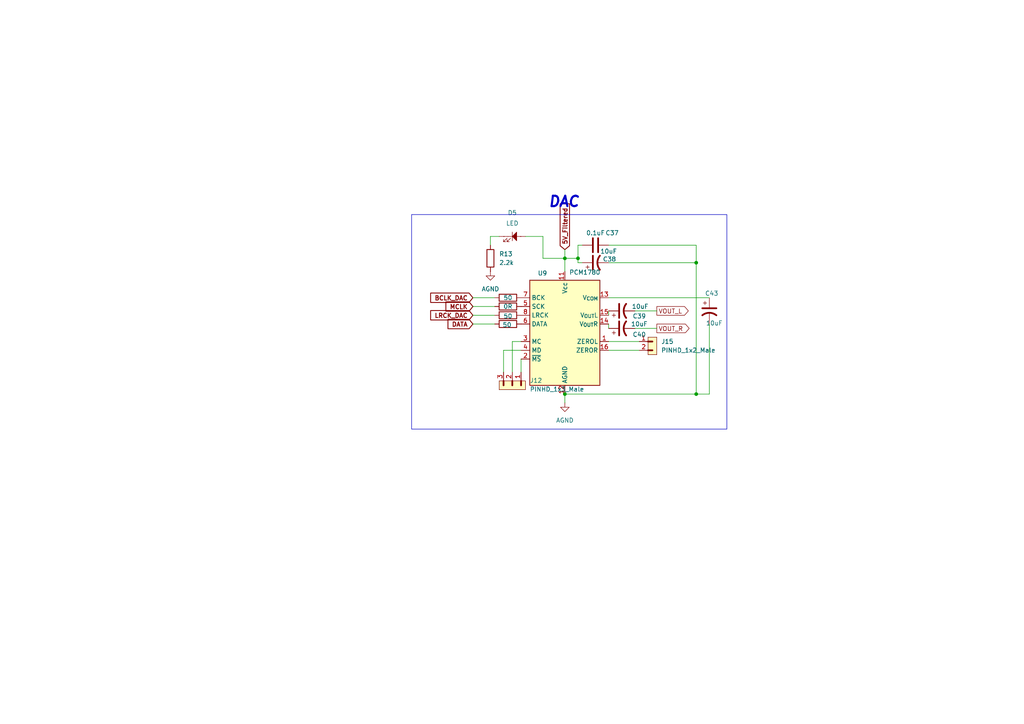
<source format=kicad_sch>
(kicad_sch (version 20231120) (generator "eeschema") (generator_version "8.0")
  (paper "A4")
  (title_block (company "Michael Meyers"))
  (lib_symbols
    (symbol "Audio:PCM1780"
      (property "Reference" "U" (at -9.652 16.764 0))
      (property "Value" "PCM1780" (at 12.192 16.764 0))
      (symbol "PCM1780_1_1"
        (rectangle (start -10.16 15.24) (end 10.16 -15.24) (stroke (width 0.254)) (fill (type background)))
        (pin output line (at 12.7 -2.54 180) (length 2.54) (name "ZEROL") (number "1"))
        (pin no_connect line (at 10.16 -10.16 180) (length 2.54) hide (name "NC") (number "10"))
        (pin power_in line (at 0 17.78 270) (length 2.54) (name "Vcc") (number "11"))
        (pin power_in line (at 0 -17.78 90) (length 2.54) (name "AGND") (number "12"))
        (pin output line (at 12.7 10.16 180) (length 2.54) (name "V_{COM}") (number "13"))
        (pin output line (at 12.7 2.54 180) (length 2.54) (name "V_{OUT}R") (number "14"))
        (pin output line (at 12.7 5.08 180) (length 2.54) (name "V_{OUT}L") (number "15"))
        (pin output line (at 12.7 -5.08 180) (length 2.54) (name "ZEROR") (number "16"))
        (pin input line (at -12.7 -7.62 0) (length 2.54) (name "~{MS}") (number "2"))
        (pin input line (at -12.7 -2.54 0) (length 2.54) (name "MC") (number "3"))
        (pin input line (at -12.7 -5.08 0) (length 2.54) (name "MD") (number "4"))
        (pin input line (at -12.7 7.62 0) (length 2.54) (name "SCK") (number "5"))
        (pin input line (at -12.7 2.54 0) (length 2.54) (name "DATA") (number "6"))
        (pin input line (at -12.7 10.16 0) (length 2.54) (name "BCK") (number "7"))
        (pin input line (at -12.7 5.08 0) (length 2.54) (name "LRCK") (number "8"))
        (pin no_connect line (at 10.16 -12.7 180) (length 2.54) hide (name "NC") (number "9"))
      )
    )
    (symbol "Device:C" (pin_numbers hide) (pin_names (offset 0.254))
      (property "Reference" "C" (at 0.635 2.54 0))
      (property "Value" "C" (at 0.635 -2.54 0))
      (symbol "C_0_1"
        (polyline (pts (xy -2.032 -0.762) (xy 2.032 -0.762)) (stroke (width 0.508)))
        (polyline (pts (xy -2.032 0.762) (xy 2.032 0.762)) (stroke (width 0.508)))
      )
      (symbol "C_1_1"
        (pin passive line (at 0 3.81 270) (length 2.794) (name "~") (number "1"))
        (pin passive line (at 0 -3.81 90) (length 2.794) (name "~") (number "2"))
      )
    )
    (symbol "Device:C_Polarized_US" (pin_numbers hide) (pin_names (offset 0.254) hide)
      (property "Reference" "C" (at 0.635 2.54 0))
      (property "Value" "C_Polarized_US" (at 0.635 -2.54 0))
      (symbol "C_Polarized_US_0_1"
        (polyline (pts (xy -2.032 0.762) (xy 2.032 0.762)) (stroke (width 0.508)))
        (polyline (pts (xy -1.778 2.286) (xy -0.762 2.286)))
        (polyline (pts (xy -1.27 1.778) (xy -1.27 2.794)))
        (arc (start 2.032 -1.27) (mid 0 -0.5572) (end -2.032 -1.27) (stroke (width 0.508)))
      )
      (symbol "C_Polarized_US_1_1"
        (pin passive line (at 0 3.81 270) (length 2.794) (name "~") (number "1"))
        (pin passive line (at 0 -3.81 90) (length 3.302) (name "~") (number "2"))
      )
    )
    (symbol "Device:R" (pin_numbers hide) (pin_names (offset 0))
      (property "Reference" "R" (at 2.032 0 90))
      (property "Value" "R" (at 0 0 90))
      (symbol "R_0_1"
        (rectangle (start -1.016 -2.54) (end 1.016 2.54) (stroke (width 0.254)))
      )
      (symbol "R_1_1"
        (pin passive line (at 0 3.81 270) (length 1.27) (name "~") (number "1"))
        (pin passive line (at 0 -3.81 90) (length 1.27) (name "~") (number "2"))
      )
    )
    (symbol "PCM_SL_Devices:LED"
      (property "Reference" "D" (at -0.508 5.334 0))
      (property "Value" "LED" (at -0.508 2.794 0))
      (symbol "LED_0_1"
        (polyline (pts (xy -1.27 0) (xy -2.54 0)))
        (polyline (pts (xy 0 1.27) (xy 0 -1.27)))
        (polyline (pts (xy 0.508 0.508) (xy 1.524 1.524)))
        (polyline (pts (xy 1.27 0) (xy 2.54 0)))
        (polyline (pts (xy 1.524 0.508) (xy 2.54 1.524)))
        (polyline (pts (xy 1.524 1.524) (xy 0.889 1.524)))
        (polyline (pts (xy 1.524 1.524) (xy 1.524 0.889)))
        (polyline (pts (xy 2.54 1.524) (xy 1.905 1.524)))
        (polyline (pts (xy 2.54 1.524) (xy 2.54 0.889)))
        (polyline (pts (xy 0 0) (xy -1.27 -1.27) (xy -1.27 1.27) (xy 0 0) (xy 1.27 0)) (fill (type outline)))
      )
      (symbol "LED_1_1"
        (pin passive line (at 3.81 0 180) (length 1.5) (name "~") (number "1"))
        (pin passive line (at -3.81 0 0) (length 1.5) (name "") (number "2"))
      )
    )
    (symbol "PCM_SL_Pin_Headers:PINHD_1x2_Male"
      (property "Reference" "J" (at 0 6.35 0))
      (property "Value" "PINHD_1x2_Male" (at 0 3.81 0))
      (symbol "PINHD_1x2_Male_0_1"
        (rectangle (start -1.27 2.54) (end 1.27 -2.54) (fill (type background)))
        (polyline (pts (xy -1.27 -1.27) (xy 0 -1.27)) (stroke (width 0.3)))
        (polyline (pts (xy -1.27 -1.27) (xy 0 -1.27)) (stroke (width 0.5)))
        (polyline (pts (xy -1.27 1.27) (xy 0 1.27)) (stroke (width 0.3)))
        (polyline (pts (xy -1.27 1.27) (xy 0 1.27)) (stroke (width 0.5)))
      )
      (symbol "PINHD_1x2_Male_1_1"
        (pin passive line (at -3.81 1.27 0) (length 2.54) (name "") (number "1"))
        (pin passive line (at -3.81 -1.27 0) (length 2.54) (name "") (number "2"))
      )
    )
    (symbol "PCM_SL_Pin_Headers:PINHD_1x3_Male"
      (property "Reference" "J" (at 0 7.62 0))
      (property "Value" "PINHD_1x3_Male" (at 0 5.08 0))
      (symbol "PINHD_1x3_Male_0_1"
        (rectangle (start -1.27 3.81) (end 1.27 -3.81) (fill (type background)))
        (polyline (pts (xy -1.27 -2.54) (xy 0 -2.54)) (stroke (width 0.3)))
        (polyline (pts (xy -1.27 -2.54) (xy 0 -2.54)) (stroke (width 0.5)))
        (polyline (pts (xy -1.27 0) (xy 0 0)) (stroke (width 0.3)))
        (polyline (pts (xy -1.27 0) (xy 0 0)) (stroke (width 0.5)))
        (polyline (pts (xy -1.27 2.54) (xy 0 2.54)) (stroke (width 0.3)))
        (polyline (pts (xy -1.27 2.54) (xy 0 2.54)) (stroke (width 0.5)))
      )
      (symbol "PINHD_1x3_Male_1_1"
        (pin passive line (at -3.81 2.54 0) (length 2.54) (name "") (number "1"))
        (pin passive line (at -3.81 0 0) (length 2.54) (name "") (number "2"))
        (pin passive line (at -3.81 -2.54 0) (length 2.54) (name "") (number "3"))
      )
    )
    (symbol "power:GND" (power) (pin_numbers hide) (pin_names (offset 0) hide)
      (property "Value" "GND" (at 0 -3.81 0))
      (symbol "GND_0_1"
        (polyline (pts (xy 0 0) (xy 0 -1.27) (xy 1.27 -1.27) (xy 0 -2.54) (xy -1.27 -1.27) (xy 0 -1.27)))
      )
      (symbol "GND_1_1"
        (pin power_in line (at 0 0 270) (length 0) (name "~") (number "1"))
      )
    )
  )
  (junction (at 163.83 114.3))
  (junction (at 201.93 76.2))
  (junction (at 167.64 74.93))
  (junction (at 201.93 114.3))
  (junction (at 163.83 74.93))
  (wire (pts (xy 168.91 76.2) (xy 167.64 76.2)))
  (wire (pts (xy 190.5 95.25) (xy 184.15 95.25)))
  (wire (pts (xy 163.83 116.84) (xy 163.83 114.3)))
  (wire (pts (xy 146.05 101.6) (xy 146.05 107.95)))
  (wire (pts (xy 167.64 74.93) (xy 167.64 71.12)))
  (wire (pts (xy 142.24 68.58) (xy 142.24 71.12)))
  (wire (pts (xy 163.83 74.93) (xy 163.83 78.74)))
  (wire (pts (xy 137.16 93.98) (xy 143.51 93.98)))
  (wire (pts (xy 146.05 101.6) (xy 151.13 101.6)))
  (wire (pts (xy 176.53 95.25) (xy 176.53 93.98)))
  (wire (pts (xy 137.16 88.9) (xy 143.51 88.9)))
  (wire (pts (xy 167.64 76.2) (xy 167.64 74.93)))
  (wire (pts (xy 148.59 99.06) (xy 148.59 107.95)))
  (wire (pts (xy 176.53 86.36) (xy 205.74 86.36)))
  (wire (pts (xy 167.64 71.12) (xy 168.91 71.12)))
  (wire (pts (xy 176.53 71.12) (xy 201.93 71.12)))
  (wire (pts (xy 176.53 76.2) (xy 201.93 76.2)))
  (wire (pts (xy 176.53 90.17) (xy 176.53 91.44)))
  (wire (pts (xy 201.93 71.12) (xy 201.93 76.2)))
  (wire (pts (xy 163.83 114.3) (xy 201.93 114.3)))
  (wire (pts (xy 157.48 74.93) (xy 163.83 74.93)))
  (wire (pts (xy 190.5 90.17) (xy 184.15 90.17)))
  (wire (pts (xy 167.64 74.93) (xy 163.83 74.93)))
  (wire (pts (xy 201.93 76.2) (xy 201.93 114.3)))
  (wire (pts (xy 151.13 104.14) (xy 151.13 107.95)))
  (wire (pts (xy 163.83 72.39) (xy 163.83 74.93)))
  (wire (pts (xy 185.42 101.6) (xy 176.53 101.6)))
  (wire (pts (xy 185.42 99.06) (xy 176.53 99.06)))
  (wire (pts (xy 148.59 99.06) (xy 151.13 99.06)))
  (wire (pts (xy 137.16 91.44) (xy 143.51 91.44)))
  (wire (pts (xy 144.78 68.58) (xy 142.24 68.58)))
  (wire (pts (xy 205.74 93.98) (xy 205.74 114.3)))
  (wire (pts (xy 152.4 68.58) (xy 157.48 68.58)))
  (wire (pts (xy 201.93 114.3) (xy 205.74 114.3)))
  (wire (pts (xy 157.48 68.58) (xy 157.48 74.93)))
  (wire (pts (xy 137.16 86.36) (xy 143.51 86.36)))
  (rectangle (start 119.38 62.23) (end 210.82 124.46))
  (text "DAC" (at 163.576 58.674 0) (effects (font (size 3 3) (thickness 0.6) (bold yes) (italic yes))))
  (global_label "5V_Filtered" (shape input) (at 163.83 72.39 90) (effects (font (bold yes))) (property "Intersheetrefs" "${INTERSHEET_REFS}" (effects (hide yes))))
  (global_label "DATA" (shape input) (at 137.16 93.98 180) (effects (font (bold yes))) (property "Intersheetrefs" "${INTERSHEET_REFS}" (effects (hide yes))))
  (global_label "BCLK_DAC" (shape input) (at 137.16 86.36 180) (effects (font (bold yes))) (property "Intersheetrefs" "${INTERSHEET_REFS}" (effects (hide yes))))
  (global_label "LRCK_DAC" (shape input) (at 137.16 91.44 180) (effects (font (bold yes))) (property "Intersheetrefs" "${INTERSHEET_REFS}" (effects (hide yes))))
  (global_label "VOUT_R" (shape output) (at 190.5 95.25 0) (property "Intersheetrefs" "${INTERSHEET_REFS}" (effects (hide yes))))
  (global_label "MCLK" (shape input) (at 137.16 88.9 180) (effects (font (bold yes))) (property "Intersheetrefs" "${INTERSHEET_REFS}" (effects (hide yes))))
  (global_label "VOUT_L" (shape output) (at 190.5 90.17 0) (property "Intersheetrefs" "${INTERSHEET_REFS}" (effects (hide yes))))
  (symbol (lib_id "Device:C_Polarized_US") (at 205.74 90.17 0) (unit 1)
    (property "Reference" "C43" (at 204.47 85.09 0) (effects (justify left)))
    (property "Value" "10uF" (at 204.724 93.726 0) (effects (justify left)))
    (property "Footprint" "Capacitor_SMD:CP_Elec_4x5.8" (effects (hide yes)))
    (property "Description" "Polarized capacitor, US symbol" (effects (hide yes)))
  )
  (symbol (lib_id "Device:C_Polarized_US") (at 172.72 76.2 90) (unit 1)
    (property "Reference" "C38" (at 176.784 75.184 90))
    (property "Value" "10uF" (at 176.53 72.898 90))
    (property "Footprint" "Capacitor_SMD:CP_Elec_4x5.8" (effects (hide yes)))
    (property "Description" "Polarized capacitor, US symbol" (effects (hide yes)))
  )
  (symbol (lib_id "PCM_SL_Pin_Headers:PINHD_1x3_Male") (at 148.59 111.76 270) (unit 1)
    (property "Reference" "J12" (at 153.67 110.3649 90) (effects (justify left)))
    (property "Value" "PINHD_1x3_Male" (at 153.67 112.9049 90) (effects (justify left)))
    (property "Footprint" "Connector_PinHeader_2.54mm:PinHeader_1x03_P2.54mm_Vertical" (effects (hide yes)))
    (property "Description" "Pin Header male with pin space 2.54mm. Pin Count -3" (effects (hide yes)))
  )
  (symbol (lib_id "Device:C") (at 172.72 71.12 90) (unit 1)
    (property "Reference" "C37" (at 177.546 67.564 90))
    (property "Value" "0.1uF" (at 172.72 67.564 90))
    (property "Footprint" "Capacitor_SMD:C_0805_2012Metric" (effects (hide yes)))
    (property "Description" "Unpolarized capacitor" (effects (hide yes)))
  )
  (symbol (lib_id "PCM_SL_Devices:LED") (at 148.59 68.58 180) (unit 1)
    (property "Reference" "D5" (at 148.59 61.722 0))
    (property "Value" "LED" (at 148.59 64.77 0))
    (property "Footprint" "LED_SMD:LED_0402_1005Metric_Pad0.77x0.64mm_HandSolder" (effects (hide yes)))
    (property "Datasheet" "https://www.we-online.com/components/products/datasheet/150060BS75000.pdf" (effects (hide yes)))
    (property "Description" "Common 5mm diameter LED" (effects (hide yes)))
  )
  (symbol (lib_id "Device:R") (at 142.24 74.93 0) (unit 1)
    (property "Reference" "R13" (at 144.78 73.6599 0) (effects (justify left)))
    (property "Value" "2.2k" (at 144.78 76.1999 0) (effects (justify left)))
    (property "Footprint" "Resistor_SMD:R_0805_2012Metric" (effects (hide yes)))
    (property "Description" "Resistor" (effects (hide yes)))
  )
  (symbol (lib_id "Device:R") (at 147.32 88.9 90) (unit 1)
    (property "Reference" "R20" (effects (hide yes)))
    (property "Value" "0R" (at 147.32 88.9 90))
    (property "Footprint" "Resistor_SMD:R_0805_2012Metric" (effects (hide yes)))
    (property "Description" "Resistor" (effects (hide yes)))
  )
  (symbol (lib_id "Device:R") (at 147.32 91.44 90) (unit 1)
    (property "Reference" "R21" (effects (hide yes)))
    (property "Value" "50" (at 147.32 91.694 90))
    (property "Footprint" "Resistor_SMD:R_0805_2012Metric" (effects (hide yes)))
    (property "Description" "Resistor" (effects (hide yes)))
  )
  (symbol (lib_id "Device:R") (at 147.32 93.98 90) (unit 1)
    (property "Reference" "R22" (effects (hide yes)))
    (property "Value" "50" (at 147.066 94.234 90))
    (property "Footprint" "Resistor_SMD:R_0805_2012Metric" (effects (hide yes)))
    (property "Description" "Resistor" (effects (hide yes)))
  )
  (symbol (lib_id "Audio:PCM1780") (at 163.83 96.52 0) (unit 1)
    (property "Reference" "U9" (at 155.956 79.248 0) (effects (justify left)))
    (property "Value" "PCM1780" (at 165.1 78.994 0) (effects (justify left)))
    (property "Footprint" "Package_SO:SSOP-16_3.9x4.9mm_P0.635mm" (effects (hide yes)))
    (property "Datasheet" "https://www.ti.com/lit/ds/symlink/pcm1780.pdf" (effects (hide yes)))
    (property "Description" "24-bit, 192-kHz sampling, Stereo Audio DAC, SSOP-16" (effects (hide yes)))
  )
  (symbol (lib_id "Device:R") (at 147.32 86.36 90) (unit 1)
    (property "Reference" "R19" (effects (hide yes)))
    (property "Value" "50" (at 147.32 86.36 90))
    (property "Footprint" "Resistor_SMD:R_0805_2012Metric" (effects (hide yes)))
    (property "Description" "Resistor" (effects (hide yes)))
  )
  (symbol (lib_id "power:GND") (at 142.24 78.74 0) (unit 1)
    (property "Reference" "#PWR0103" (effects (hide yes)))
    (property "Value" "AGND" (at 142.24 83.82 0))
    (property "Description" "Power symbol creates a global label with name \"GND\" , ground" (effects (hide yes)))
  )
  (symbol (lib_id "Device:C_Polarized_US") (at 180.34 95.25 90) (unit 1)
    (property "Reference" "C40" (at 185.42 97.028 90))
    (property "Value" "10uF" (at 185.42 93.98 90))
    (property "Footprint" "Capacitor_SMD:CP_Elec_4x5.8" (effects (hide yes)))
    (property "Description" "Polarized capacitor, US symbol" (effects (hide yes)))
  )
  (symbol (lib_id "Device:C_Polarized_US") (at 180.34 90.17 90) (unit 1)
    (property "Reference" "C39" (at 185.42 91.694 90))
    (property "Value" "10uF" (at 185.674 88.9 90))
    (property "Footprint" "Capacitor_SMD:CP_Elec_4x5.8" (effects (hide yes)))
    (property "Datasheet" "https://www.mouser.com/datasheet/2/315/RDE0000C1259-1772497.pdf" (effects (hide yes)))
    (property "Description" "Polarized capacitor, US symbol" (effects (hide yes)))
  )
  (symbol (lib_id "PCM_SL_Pin_Headers:PINHD_1x2_Male") (at 189.23 100.33 0) (unit 1)
    (property "Reference" "J15" (at 191.77 99.0599 0) (effects (justify left)))
    (property "Value" "PINHD_1x2_Male" (at 191.77 101.5999 0) (effects (justify left)))
    (property "Footprint" "Connector_PinHeader_2.54mm:PinHeader_1x02_P2.54mm_Vertical" (effects (hide yes)))
    (property "Description" "Pin Header male with pin space 2.54mm. Pin Count -2" (effects (hide yes)))
  )
  (symbol (lib_id "power:GND") (at 163.83 116.84 0) (unit 1)
    (property "Reference" "#PWR067" (effects (hide yes)))
    (property "Value" "AGND" (at 163.83 121.92 0))
    (property "Description" "Power symbol creates a global label with name \"GND\" , ground" (effects (hide yes)))
  )
)
</source>
